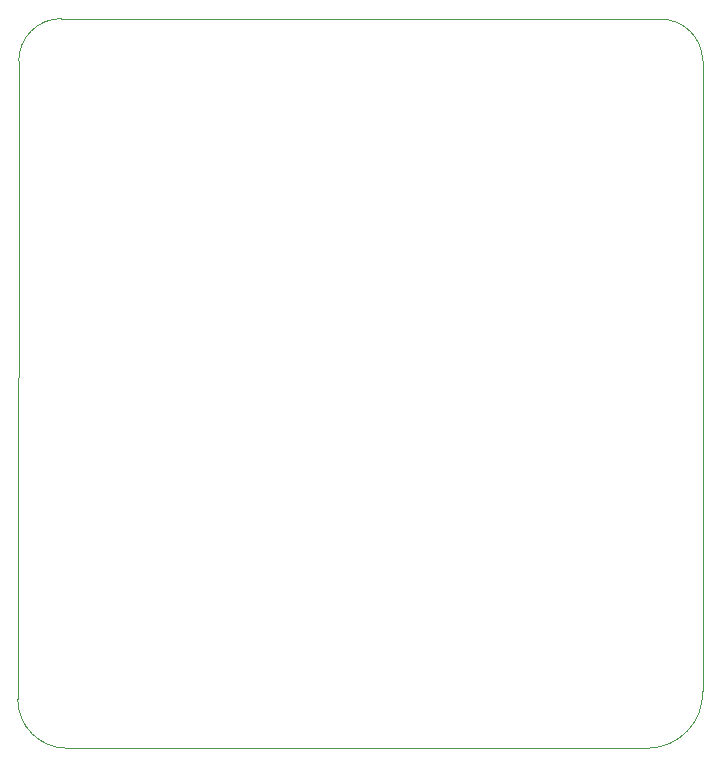
<source format=gm1>
G04 #@! TF.GenerationSoftware,KiCad,Pcbnew,(5.1.7)-1*
G04 #@! TF.CreationDate,2020-10-28T20:30:40-05:00*
G04 #@! TF.ProjectId,tent_map_amplitude,74656e74-5f6d-4617-905f-616d706c6974,1*
G04 #@! TF.SameCoordinates,Original*
G04 #@! TF.FileFunction,Profile,NP*
%FSLAX46Y46*%
G04 Gerber Fmt 4.6, Leading zero omitted, Abs format (unit mm)*
G04 Created by KiCad (PCBNEW (5.1.7)-1) date 2020-10-28 20:30:40*
%MOMM*%
%LPD*%
G01*
G04 APERTURE LIST*
G04 #@! TA.AperFunction,Profile*
%ADD10C,0.001000*%
G04 #@! TD*
G04 #@! TA.AperFunction,Profile*
%ADD11C,0.100000*%
G04 #@! TD*
G04 APERTURE END LIST*
D10*
X120141638Y-52577638D02*
G75*
G02*
X123698000Y-56134000I0J-3556362D01*
G01*
D11*
X65786000Y-56134000D02*
G75*
G02*
X69392800Y-52527200I3606800J0D01*
G01*
X69850000Y-114300000D02*
G75*
G02*
X65709800Y-110159800I0J4140200D01*
G01*
X123697404Y-109500333D02*
G75*
G02*
X119126000Y-114300000I-4673003J-126068D01*
G01*
X123698000Y-56134000D02*
X123697416Y-109500783D01*
X69392800Y-52527200D02*
X120141638Y-52577638D01*
X65709800Y-110159800D02*
X65786000Y-56134000D01*
X119126000Y-114300000D02*
X69850000Y-114300000D01*
M02*

</source>
